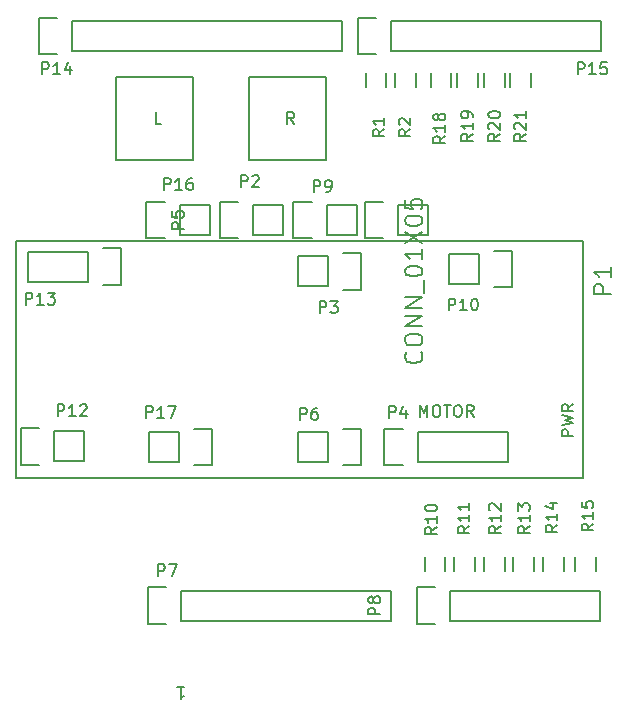
<source format=gto>
G04 #@! TF.FileFunction,Legend,Top*
%FSLAX46Y46*%
G04 Gerber Fmt 4.6, Leading zero omitted, Abs format (unit mm)*
G04 Created by KiCad (PCBNEW (2015-11-24 BZR 6329)-product) date Sun 10 Apr 2016 02:36:14 PM EDT*
%MOMM*%
G01*
G04 APERTURE LIST*
%ADD10C,0.100000*%
%ADD11C,0.150000*%
G04 APERTURE END LIST*
D10*
D11*
X126248000Y-93015000D02*
X126248000Y-113015000D01*
X174248000Y-93015000D02*
X126248000Y-93015000D01*
X174248000Y-113015000D02*
X174248000Y-93015000D01*
X126248000Y-113015000D02*
X174248000Y-113015000D01*
X139912285Y-130762619D02*
X140483714Y-130762619D01*
X140198000Y-130762619D02*
X140198000Y-131762619D01*
X140293238Y-131619762D01*
X140388476Y-131524524D01*
X140483714Y-131476905D01*
X134748000Y-86115000D02*
X141248000Y-86115000D01*
X141248000Y-86115000D02*
X141248000Y-79115000D01*
X141248000Y-79115000D02*
X134748000Y-79115000D01*
X134748000Y-79115000D02*
X134748000Y-86115000D01*
X145998000Y-86115000D02*
X152498000Y-86115000D01*
X152498000Y-86115000D02*
X152498000Y-79115000D01*
X152498000Y-79115000D02*
X145998000Y-79115000D01*
X145998000Y-79115000D02*
X145998000Y-86115000D01*
X168123000Y-79965000D02*
X168123000Y-78765000D01*
X169873000Y-78765000D02*
X169873000Y-79965000D01*
X165873000Y-79965000D02*
X165873000Y-78765000D01*
X167623000Y-78765000D02*
X167623000Y-79965000D01*
X163623000Y-79965000D02*
X163623000Y-78765000D01*
X165373000Y-78765000D02*
X165373000Y-79965000D01*
X161373000Y-79965000D02*
X161373000Y-78765000D01*
X163123000Y-78765000D02*
X163123000Y-79965000D01*
X173623000Y-120965000D02*
X173623000Y-119765000D01*
X175373000Y-119765000D02*
X175373000Y-120965000D01*
X170873000Y-120965000D02*
X170873000Y-119765000D01*
X172623000Y-119765000D02*
X172623000Y-120965000D01*
X168373000Y-120965000D02*
X168373000Y-119765000D01*
X170123000Y-119765000D02*
X170123000Y-120965000D01*
X165873000Y-120965000D02*
X165873000Y-119765000D01*
X167623000Y-119765000D02*
X167623000Y-120965000D01*
X163373000Y-120965000D02*
X163373000Y-119765000D01*
X165123000Y-119765000D02*
X165123000Y-120965000D01*
X160873000Y-120965000D02*
X160873000Y-119765000D01*
X162623000Y-119765000D02*
X162623000Y-120965000D01*
X158018000Y-74345000D02*
X175798000Y-74345000D01*
X175798000Y-74345000D02*
X175798000Y-76885000D01*
X175798000Y-76885000D02*
X158018000Y-76885000D01*
X155198000Y-74065000D02*
X156748000Y-74065000D01*
X158018000Y-74345000D02*
X158018000Y-76885000D01*
X156748000Y-77165000D02*
X155198000Y-77165000D01*
X155198000Y-77165000D02*
X155198000Y-74065000D01*
X131018000Y-74345000D02*
X153878000Y-74345000D01*
X153878000Y-74345000D02*
X153878000Y-76885000D01*
X153878000Y-76885000D02*
X131018000Y-76885000D01*
X128198000Y-74065000D02*
X129748000Y-74065000D01*
X131018000Y-74345000D02*
X131018000Y-76885000D01*
X129748000Y-77165000D02*
X128198000Y-77165000D01*
X128198000Y-77165000D02*
X128198000Y-74065000D01*
X129468000Y-109095000D02*
X132008000Y-109095000D01*
X126648000Y-108815000D02*
X128198000Y-108815000D01*
X129468000Y-109095000D02*
X129468000Y-111635000D01*
X128198000Y-111915000D02*
X126648000Y-111915000D01*
X126648000Y-111915000D02*
X126648000Y-108815000D01*
X129468000Y-111635000D02*
X132008000Y-111635000D01*
X132008000Y-111635000D02*
X132008000Y-109095000D01*
X163018000Y-122595000D02*
X175718000Y-122595000D01*
X175718000Y-122595000D02*
X175718000Y-125135000D01*
X175718000Y-125135000D02*
X163018000Y-125135000D01*
X160198000Y-122315000D02*
X161748000Y-122315000D01*
X163018000Y-122595000D02*
X163018000Y-125135000D01*
X161748000Y-125415000D02*
X160198000Y-125415000D01*
X160198000Y-125415000D02*
X160198000Y-122315000D01*
X140268000Y-122595000D02*
X158048000Y-122595000D01*
X158048000Y-122595000D02*
X158048000Y-125135000D01*
X158048000Y-125135000D02*
X140268000Y-125135000D01*
X137448000Y-122315000D02*
X138998000Y-122315000D01*
X140268000Y-122595000D02*
X140268000Y-125135000D01*
X138998000Y-125415000D02*
X137448000Y-125415000D01*
X137448000Y-125415000D02*
X137448000Y-122315000D01*
X152568000Y-89945000D02*
X155108000Y-89945000D01*
X149748000Y-89665000D02*
X151298000Y-89665000D01*
X152568000Y-89945000D02*
X152568000Y-92485000D01*
X151298000Y-92765000D02*
X149748000Y-92765000D01*
X149748000Y-92765000D02*
X149748000Y-89665000D01*
X152568000Y-92485000D02*
X155108000Y-92485000D01*
X155108000Y-92485000D02*
X155108000Y-89945000D01*
X152678000Y-96835000D02*
X150138000Y-96835000D01*
X155498000Y-97115000D02*
X153948000Y-97115000D01*
X152678000Y-96835000D02*
X152678000Y-94295000D01*
X153948000Y-94015000D02*
X155498000Y-94015000D01*
X155498000Y-94015000D02*
X155498000Y-97115000D01*
X152678000Y-94295000D02*
X150138000Y-94295000D01*
X150138000Y-94295000D02*
X150138000Y-96835000D01*
X160268000Y-111685000D02*
X167888000Y-111685000D01*
X160268000Y-109145000D02*
X167888000Y-109145000D01*
X157448000Y-108865000D02*
X158998000Y-108865000D01*
X167888000Y-111685000D02*
X167888000Y-109145000D01*
X160268000Y-109145000D02*
X160268000Y-111685000D01*
X158998000Y-111965000D02*
X157448000Y-111965000D01*
X157448000Y-111965000D02*
X157448000Y-108865000D01*
X146368000Y-89945000D02*
X148908000Y-89945000D01*
X143548000Y-89665000D02*
X145098000Y-89665000D01*
X146368000Y-89945000D02*
X146368000Y-92485000D01*
X145098000Y-92765000D02*
X143548000Y-92765000D01*
X143548000Y-92765000D02*
X143548000Y-89665000D01*
X146368000Y-92485000D02*
X148908000Y-92485000D01*
X148908000Y-92485000D02*
X148908000Y-89945000D01*
X152678000Y-111685000D02*
X150138000Y-111685000D01*
X155498000Y-111965000D02*
X153948000Y-111965000D01*
X152678000Y-111685000D02*
X152678000Y-109145000D01*
X153948000Y-108865000D02*
X155498000Y-108865000D01*
X155498000Y-108865000D02*
X155498000Y-111965000D01*
X152678000Y-109145000D02*
X150138000Y-109145000D01*
X150138000Y-109145000D02*
X150138000Y-111685000D01*
X158618000Y-89945000D02*
X161158000Y-89945000D01*
X155798000Y-89665000D02*
X157348000Y-89665000D01*
X158618000Y-89945000D02*
X158618000Y-92485000D01*
X157348000Y-92765000D02*
X155798000Y-92765000D01*
X155798000Y-92765000D02*
X155798000Y-89665000D01*
X158618000Y-92485000D02*
X161158000Y-92485000D01*
X161158000Y-92485000D02*
X161158000Y-89945000D01*
X165478000Y-96635000D02*
X162938000Y-96635000D01*
X168298000Y-96915000D02*
X166748000Y-96915000D01*
X165478000Y-96635000D02*
X165478000Y-94095000D01*
X166748000Y-93815000D02*
X168298000Y-93815000D01*
X168298000Y-93815000D02*
X168298000Y-96915000D01*
X165478000Y-94095000D02*
X162938000Y-94095000D01*
X162938000Y-94095000D02*
X162938000Y-96635000D01*
X132328000Y-93895000D02*
X127248000Y-93895000D01*
X127248000Y-93895000D02*
X127248000Y-96435000D01*
X127248000Y-96435000D02*
X132328000Y-96435000D01*
X135148000Y-96715000D02*
X133598000Y-96715000D01*
X132328000Y-96435000D02*
X132328000Y-93895000D01*
X133598000Y-93615000D02*
X135148000Y-93615000D01*
X135148000Y-93615000D02*
X135148000Y-96715000D01*
X140118000Y-89945000D02*
X142658000Y-89945000D01*
X137298000Y-89665000D02*
X138848000Y-89665000D01*
X140118000Y-89945000D02*
X140118000Y-92485000D01*
X138848000Y-92765000D02*
X137298000Y-92765000D01*
X137298000Y-92765000D02*
X137298000Y-89665000D01*
X140118000Y-92485000D02*
X142658000Y-92485000D01*
X142658000Y-92485000D02*
X142658000Y-89945000D01*
X140078000Y-111685000D02*
X137538000Y-111685000D01*
X142898000Y-111965000D02*
X141348000Y-111965000D01*
X140078000Y-111685000D02*
X140078000Y-109145000D01*
X141348000Y-108865000D02*
X142898000Y-108865000D01*
X142898000Y-108865000D02*
X142898000Y-111965000D01*
X140078000Y-109145000D02*
X137538000Y-109145000D01*
X137538000Y-109145000D02*
X137538000Y-111685000D01*
X155873000Y-79965000D02*
X155873000Y-78765000D01*
X157623000Y-78765000D02*
X157623000Y-79965000D01*
X158373000Y-79965000D02*
X158373000Y-78765000D01*
X160123000Y-78765000D02*
X160123000Y-79965000D01*
X138557524Y-83067381D02*
X138081333Y-83067381D01*
X138081333Y-82067381D01*
X149807524Y-83067381D02*
X149474190Y-82591190D01*
X149236095Y-83067381D02*
X149236095Y-82067381D01*
X149617048Y-82067381D01*
X149712286Y-82115000D01*
X149759905Y-82162619D01*
X149807524Y-82257857D01*
X149807524Y-82400714D01*
X149759905Y-82495952D01*
X149712286Y-82543571D01*
X149617048Y-82591190D01*
X149236095Y-82591190D01*
X176676571Y-97472142D02*
X175176571Y-97472142D01*
X175176571Y-96900714D01*
X175248000Y-96757856D01*
X175319429Y-96686428D01*
X175462286Y-96614999D01*
X175676571Y-96614999D01*
X175819429Y-96686428D01*
X175890857Y-96757856D01*
X175962286Y-96900714D01*
X175962286Y-97472142D01*
X176676571Y-95186428D02*
X176676571Y-96043571D01*
X176676571Y-95614999D02*
X175176571Y-95614999D01*
X175390857Y-95757856D01*
X175533714Y-95900714D01*
X175605143Y-96043571D01*
X160533714Y-102400713D02*
X160605143Y-102472142D01*
X160676571Y-102686428D01*
X160676571Y-102829285D01*
X160605143Y-103043570D01*
X160462286Y-103186428D01*
X160319429Y-103257856D01*
X160033714Y-103329285D01*
X159819429Y-103329285D01*
X159533714Y-103257856D01*
X159390857Y-103186428D01*
X159248000Y-103043570D01*
X159176571Y-102829285D01*
X159176571Y-102686428D01*
X159248000Y-102472142D01*
X159319429Y-102400713D01*
X159176571Y-101472142D02*
X159176571Y-101186428D01*
X159248000Y-101043570D01*
X159390857Y-100900713D01*
X159676571Y-100829285D01*
X160176571Y-100829285D01*
X160462286Y-100900713D01*
X160605143Y-101043570D01*
X160676571Y-101186428D01*
X160676571Y-101472142D01*
X160605143Y-101614999D01*
X160462286Y-101757856D01*
X160176571Y-101829285D01*
X159676571Y-101829285D01*
X159390857Y-101757856D01*
X159248000Y-101614999D01*
X159176571Y-101472142D01*
X160676571Y-100186427D02*
X159176571Y-100186427D01*
X160676571Y-99329284D01*
X159176571Y-99329284D01*
X160676571Y-98614998D02*
X159176571Y-98614998D01*
X160676571Y-97757855D01*
X159176571Y-97757855D01*
X160819429Y-97400712D02*
X160819429Y-96257855D01*
X159176571Y-95614998D02*
X159176571Y-95472141D01*
X159248000Y-95329284D01*
X159319429Y-95257855D01*
X159462286Y-95186426D01*
X159748000Y-95114998D01*
X160105143Y-95114998D01*
X160390857Y-95186426D01*
X160533714Y-95257855D01*
X160605143Y-95329284D01*
X160676571Y-95472141D01*
X160676571Y-95614998D01*
X160605143Y-95757855D01*
X160533714Y-95829284D01*
X160390857Y-95900712D01*
X160105143Y-95972141D01*
X159748000Y-95972141D01*
X159462286Y-95900712D01*
X159319429Y-95829284D01*
X159248000Y-95757855D01*
X159176571Y-95614998D01*
X160676571Y-93686427D02*
X160676571Y-94543570D01*
X160676571Y-94114998D02*
X159176571Y-94114998D01*
X159390857Y-94257855D01*
X159533714Y-94400713D01*
X159605143Y-94543570D01*
X159176571Y-93186427D02*
X160676571Y-92186427D01*
X159176571Y-92186427D02*
X160676571Y-93186427D01*
X159176571Y-91329285D02*
X159176571Y-91186428D01*
X159248000Y-91043571D01*
X159319429Y-90972142D01*
X159462286Y-90900713D01*
X159748000Y-90829285D01*
X160105143Y-90829285D01*
X160390857Y-90900713D01*
X160533714Y-90972142D01*
X160605143Y-91043571D01*
X160676571Y-91186428D01*
X160676571Y-91329285D01*
X160605143Y-91472142D01*
X160533714Y-91543571D01*
X160390857Y-91614999D01*
X160105143Y-91686428D01*
X159748000Y-91686428D01*
X159462286Y-91614999D01*
X159319429Y-91543571D01*
X159248000Y-91472142D01*
X159176571Y-91329285D01*
X159176571Y-89472142D02*
X159176571Y-90186428D01*
X159890857Y-90257857D01*
X159819429Y-90186428D01*
X159748000Y-90043571D01*
X159748000Y-89686428D01*
X159819429Y-89543571D01*
X159890857Y-89472142D01*
X160033714Y-89400714D01*
X160390857Y-89400714D01*
X160533714Y-89472142D01*
X160605143Y-89543571D01*
X160676571Y-89686428D01*
X160676571Y-90043571D01*
X160605143Y-90186428D01*
X160533714Y-90257857D01*
X173450381Y-109498333D02*
X172450381Y-109498333D01*
X172450381Y-109117380D01*
X172498000Y-109022142D01*
X172545619Y-108974523D01*
X172640857Y-108926904D01*
X172783714Y-108926904D01*
X172878952Y-108974523D01*
X172926571Y-109022142D01*
X172974190Y-109117380D01*
X172974190Y-109498333D01*
X172450381Y-108593571D02*
X173450381Y-108355476D01*
X172736095Y-108164999D01*
X173450381Y-107974523D01*
X172450381Y-107736428D01*
X173450381Y-106784047D02*
X172974190Y-107117381D01*
X173450381Y-107355476D02*
X172450381Y-107355476D01*
X172450381Y-106974523D01*
X172498000Y-106879285D01*
X172545619Y-106831666D01*
X172640857Y-106784047D01*
X172783714Y-106784047D01*
X172878952Y-106831666D01*
X172926571Y-106879285D01*
X172974190Y-106974523D01*
X172974190Y-107355476D01*
X169450381Y-83907857D02*
X168974190Y-84241191D01*
X169450381Y-84479286D02*
X168450381Y-84479286D01*
X168450381Y-84098333D01*
X168498000Y-84003095D01*
X168545619Y-83955476D01*
X168640857Y-83907857D01*
X168783714Y-83907857D01*
X168878952Y-83955476D01*
X168926571Y-84003095D01*
X168974190Y-84098333D01*
X168974190Y-84479286D01*
X168545619Y-83526905D02*
X168498000Y-83479286D01*
X168450381Y-83384048D01*
X168450381Y-83145952D01*
X168498000Y-83050714D01*
X168545619Y-83003095D01*
X168640857Y-82955476D01*
X168736095Y-82955476D01*
X168878952Y-83003095D01*
X169450381Y-83574524D01*
X169450381Y-82955476D01*
X169450381Y-82003095D02*
X169450381Y-82574524D01*
X169450381Y-82288810D02*
X168450381Y-82288810D01*
X168593238Y-82384048D01*
X168688476Y-82479286D01*
X168736095Y-82574524D01*
X167250381Y-83907857D02*
X166774190Y-84241191D01*
X167250381Y-84479286D02*
X166250381Y-84479286D01*
X166250381Y-84098333D01*
X166298000Y-84003095D01*
X166345619Y-83955476D01*
X166440857Y-83907857D01*
X166583714Y-83907857D01*
X166678952Y-83955476D01*
X166726571Y-84003095D01*
X166774190Y-84098333D01*
X166774190Y-84479286D01*
X166345619Y-83526905D02*
X166298000Y-83479286D01*
X166250381Y-83384048D01*
X166250381Y-83145952D01*
X166298000Y-83050714D01*
X166345619Y-83003095D01*
X166440857Y-82955476D01*
X166536095Y-82955476D01*
X166678952Y-83003095D01*
X167250381Y-83574524D01*
X167250381Y-82955476D01*
X166250381Y-82336429D02*
X166250381Y-82241190D01*
X166298000Y-82145952D01*
X166345619Y-82098333D01*
X166440857Y-82050714D01*
X166631333Y-82003095D01*
X166869429Y-82003095D01*
X167059905Y-82050714D01*
X167155143Y-82098333D01*
X167202762Y-82145952D01*
X167250381Y-82241190D01*
X167250381Y-82336429D01*
X167202762Y-82431667D01*
X167155143Y-82479286D01*
X167059905Y-82526905D01*
X166869429Y-82574524D01*
X166631333Y-82574524D01*
X166440857Y-82526905D01*
X166345619Y-82479286D01*
X166298000Y-82431667D01*
X166250381Y-82336429D01*
X164950381Y-83907857D02*
X164474190Y-84241191D01*
X164950381Y-84479286D02*
X163950381Y-84479286D01*
X163950381Y-84098333D01*
X163998000Y-84003095D01*
X164045619Y-83955476D01*
X164140857Y-83907857D01*
X164283714Y-83907857D01*
X164378952Y-83955476D01*
X164426571Y-84003095D01*
X164474190Y-84098333D01*
X164474190Y-84479286D01*
X164950381Y-82955476D02*
X164950381Y-83526905D01*
X164950381Y-83241191D02*
X163950381Y-83241191D01*
X164093238Y-83336429D01*
X164188476Y-83431667D01*
X164236095Y-83526905D01*
X164950381Y-82479286D02*
X164950381Y-82288810D01*
X164902762Y-82193571D01*
X164855143Y-82145952D01*
X164712286Y-82050714D01*
X164521810Y-82003095D01*
X164140857Y-82003095D01*
X164045619Y-82050714D01*
X163998000Y-82098333D01*
X163950381Y-82193571D01*
X163950381Y-82384048D01*
X163998000Y-82479286D01*
X164045619Y-82526905D01*
X164140857Y-82574524D01*
X164378952Y-82574524D01*
X164474190Y-82526905D01*
X164521810Y-82479286D01*
X164569429Y-82384048D01*
X164569429Y-82193571D01*
X164521810Y-82098333D01*
X164474190Y-82050714D01*
X164378952Y-82003095D01*
X162600381Y-84107857D02*
X162124190Y-84441191D01*
X162600381Y-84679286D02*
X161600381Y-84679286D01*
X161600381Y-84298333D01*
X161648000Y-84203095D01*
X161695619Y-84155476D01*
X161790857Y-84107857D01*
X161933714Y-84107857D01*
X162028952Y-84155476D01*
X162076571Y-84203095D01*
X162124190Y-84298333D01*
X162124190Y-84679286D01*
X162600381Y-83155476D02*
X162600381Y-83726905D01*
X162600381Y-83441191D02*
X161600381Y-83441191D01*
X161743238Y-83536429D01*
X161838476Y-83631667D01*
X161886095Y-83726905D01*
X162028952Y-82584048D02*
X161981333Y-82679286D01*
X161933714Y-82726905D01*
X161838476Y-82774524D01*
X161790857Y-82774524D01*
X161695619Y-82726905D01*
X161648000Y-82679286D01*
X161600381Y-82584048D01*
X161600381Y-82393571D01*
X161648000Y-82298333D01*
X161695619Y-82250714D01*
X161790857Y-82203095D01*
X161838476Y-82203095D01*
X161933714Y-82250714D01*
X161981333Y-82298333D01*
X162028952Y-82393571D01*
X162028952Y-82584048D01*
X162076571Y-82679286D01*
X162124190Y-82726905D01*
X162219429Y-82774524D01*
X162409905Y-82774524D01*
X162505143Y-82726905D01*
X162552762Y-82679286D01*
X162600381Y-82584048D01*
X162600381Y-82393571D01*
X162552762Y-82298333D01*
X162505143Y-82250714D01*
X162409905Y-82203095D01*
X162219429Y-82203095D01*
X162124190Y-82250714D01*
X162076571Y-82298333D01*
X162028952Y-82393571D01*
X175150381Y-116907857D02*
X174674190Y-117241191D01*
X175150381Y-117479286D02*
X174150381Y-117479286D01*
X174150381Y-117098333D01*
X174198000Y-117003095D01*
X174245619Y-116955476D01*
X174340857Y-116907857D01*
X174483714Y-116907857D01*
X174578952Y-116955476D01*
X174626571Y-117003095D01*
X174674190Y-117098333D01*
X174674190Y-117479286D01*
X175150381Y-115955476D02*
X175150381Y-116526905D01*
X175150381Y-116241191D02*
X174150381Y-116241191D01*
X174293238Y-116336429D01*
X174388476Y-116431667D01*
X174436095Y-116526905D01*
X174150381Y-115050714D02*
X174150381Y-115526905D01*
X174626571Y-115574524D01*
X174578952Y-115526905D01*
X174531333Y-115431667D01*
X174531333Y-115193571D01*
X174578952Y-115098333D01*
X174626571Y-115050714D01*
X174721810Y-115003095D01*
X174959905Y-115003095D01*
X175055143Y-115050714D01*
X175102762Y-115098333D01*
X175150381Y-115193571D01*
X175150381Y-115431667D01*
X175102762Y-115526905D01*
X175055143Y-115574524D01*
X172100381Y-117007857D02*
X171624190Y-117341191D01*
X172100381Y-117579286D02*
X171100381Y-117579286D01*
X171100381Y-117198333D01*
X171148000Y-117103095D01*
X171195619Y-117055476D01*
X171290857Y-117007857D01*
X171433714Y-117007857D01*
X171528952Y-117055476D01*
X171576571Y-117103095D01*
X171624190Y-117198333D01*
X171624190Y-117579286D01*
X172100381Y-116055476D02*
X172100381Y-116626905D01*
X172100381Y-116341191D02*
X171100381Y-116341191D01*
X171243238Y-116436429D01*
X171338476Y-116531667D01*
X171386095Y-116626905D01*
X171433714Y-115198333D02*
X172100381Y-115198333D01*
X171052762Y-115436429D02*
X171767048Y-115674524D01*
X171767048Y-115055476D01*
X169750381Y-117107857D02*
X169274190Y-117441191D01*
X169750381Y-117679286D02*
X168750381Y-117679286D01*
X168750381Y-117298333D01*
X168798000Y-117203095D01*
X168845619Y-117155476D01*
X168940857Y-117107857D01*
X169083714Y-117107857D01*
X169178952Y-117155476D01*
X169226571Y-117203095D01*
X169274190Y-117298333D01*
X169274190Y-117679286D01*
X169750381Y-116155476D02*
X169750381Y-116726905D01*
X169750381Y-116441191D02*
X168750381Y-116441191D01*
X168893238Y-116536429D01*
X168988476Y-116631667D01*
X169036095Y-116726905D01*
X168750381Y-115822143D02*
X168750381Y-115203095D01*
X169131333Y-115536429D01*
X169131333Y-115393571D01*
X169178952Y-115298333D01*
X169226571Y-115250714D01*
X169321810Y-115203095D01*
X169559905Y-115203095D01*
X169655143Y-115250714D01*
X169702762Y-115298333D01*
X169750381Y-115393571D01*
X169750381Y-115679286D01*
X169702762Y-115774524D01*
X169655143Y-115822143D01*
X167300381Y-117107857D02*
X166824190Y-117441191D01*
X167300381Y-117679286D02*
X166300381Y-117679286D01*
X166300381Y-117298333D01*
X166348000Y-117203095D01*
X166395619Y-117155476D01*
X166490857Y-117107857D01*
X166633714Y-117107857D01*
X166728952Y-117155476D01*
X166776571Y-117203095D01*
X166824190Y-117298333D01*
X166824190Y-117679286D01*
X167300381Y-116155476D02*
X167300381Y-116726905D01*
X167300381Y-116441191D02*
X166300381Y-116441191D01*
X166443238Y-116536429D01*
X166538476Y-116631667D01*
X166586095Y-116726905D01*
X166395619Y-115774524D02*
X166348000Y-115726905D01*
X166300381Y-115631667D01*
X166300381Y-115393571D01*
X166348000Y-115298333D01*
X166395619Y-115250714D01*
X166490857Y-115203095D01*
X166586095Y-115203095D01*
X166728952Y-115250714D01*
X167300381Y-115822143D01*
X167300381Y-115203095D01*
X164650381Y-117107857D02*
X164174190Y-117441191D01*
X164650381Y-117679286D02*
X163650381Y-117679286D01*
X163650381Y-117298333D01*
X163698000Y-117203095D01*
X163745619Y-117155476D01*
X163840857Y-117107857D01*
X163983714Y-117107857D01*
X164078952Y-117155476D01*
X164126571Y-117203095D01*
X164174190Y-117298333D01*
X164174190Y-117679286D01*
X164650381Y-116155476D02*
X164650381Y-116726905D01*
X164650381Y-116441191D02*
X163650381Y-116441191D01*
X163793238Y-116536429D01*
X163888476Y-116631667D01*
X163936095Y-116726905D01*
X164650381Y-115203095D02*
X164650381Y-115774524D01*
X164650381Y-115488810D02*
X163650381Y-115488810D01*
X163793238Y-115584048D01*
X163888476Y-115679286D01*
X163936095Y-115774524D01*
X161900381Y-117207857D02*
X161424190Y-117541191D01*
X161900381Y-117779286D02*
X160900381Y-117779286D01*
X160900381Y-117398333D01*
X160948000Y-117303095D01*
X160995619Y-117255476D01*
X161090857Y-117207857D01*
X161233714Y-117207857D01*
X161328952Y-117255476D01*
X161376571Y-117303095D01*
X161424190Y-117398333D01*
X161424190Y-117779286D01*
X161900381Y-116255476D02*
X161900381Y-116826905D01*
X161900381Y-116541191D02*
X160900381Y-116541191D01*
X161043238Y-116636429D01*
X161138476Y-116731667D01*
X161186095Y-116826905D01*
X160900381Y-115636429D02*
X160900381Y-115541190D01*
X160948000Y-115445952D01*
X160995619Y-115398333D01*
X161090857Y-115350714D01*
X161281333Y-115303095D01*
X161519429Y-115303095D01*
X161709905Y-115350714D01*
X161805143Y-115398333D01*
X161852762Y-115445952D01*
X161900381Y-115541190D01*
X161900381Y-115636429D01*
X161852762Y-115731667D01*
X161805143Y-115779286D01*
X161709905Y-115826905D01*
X161519429Y-115874524D01*
X161281333Y-115874524D01*
X161090857Y-115826905D01*
X160995619Y-115779286D01*
X160948000Y-115731667D01*
X160900381Y-115636429D01*
X173833714Y-78867381D02*
X173833714Y-77867381D01*
X174214667Y-77867381D01*
X174309905Y-77915000D01*
X174357524Y-77962619D01*
X174405143Y-78057857D01*
X174405143Y-78200714D01*
X174357524Y-78295952D01*
X174309905Y-78343571D01*
X174214667Y-78391190D01*
X173833714Y-78391190D01*
X175357524Y-78867381D02*
X174786095Y-78867381D01*
X175071809Y-78867381D02*
X175071809Y-77867381D01*
X174976571Y-78010238D01*
X174881333Y-78105476D01*
X174786095Y-78153095D01*
X176262286Y-77867381D02*
X175786095Y-77867381D01*
X175738476Y-78343571D01*
X175786095Y-78295952D01*
X175881333Y-78248333D01*
X176119429Y-78248333D01*
X176214667Y-78295952D01*
X176262286Y-78343571D01*
X176309905Y-78438810D01*
X176309905Y-78676905D01*
X176262286Y-78772143D01*
X176214667Y-78819762D01*
X176119429Y-78867381D01*
X175881333Y-78867381D01*
X175786095Y-78819762D01*
X175738476Y-78772143D01*
X128483714Y-78867381D02*
X128483714Y-77867381D01*
X128864667Y-77867381D01*
X128959905Y-77915000D01*
X129007524Y-77962619D01*
X129055143Y-78057857D01*
X129055143Y-78200714D01*
X129007524Y-78295952D01*
X128959905Y-78343571D01*
X128864667Y-78391190D01*
X128483714Y-78391190D01*
X130007524Y-78867381D02*
X129436095Y-78867381D01*
X129721809Y-78867381D02*
X129721809Y-77867381D01*
X129626571Y-78010238D01*
X129531333Y-78105476D01*
X129436095Y-78153095D01*
X130864667Y-78200714D02*
X130864667Y-78867381D01*
X130626571Y-77819762D02*
X130388476Y-78534048D01*
X131007524Y-78534048D01*
X129783714Y-107817381D02*
X129783714Y-106817381D01*
X130164667Y-106817381D01*
X130259905Y-106865000D01*
X130307524Y-106912619D01*
X130355143Y-107007857D01*
X130355143Y-107150714D01*
X130307524Y-107245952D01*
X130259905Y-107293571D01*
X130164667Y-107341190D01*
X129783714Y-107341190D01*
X131307524Y-107817381D02*
X130736095Y-107817381D01*
X131021809Y-107817381D02*
X131021809Y-106817381D01*
X130926571Y-106960238D01*
X130831333Y-107055476D01*
X130736095Y-107103095D01*
X131688476Y-106912619D02*
X131736095Y-106865000D01*
X131831333Y-106817381D01*
X132069429Y-106817381D01*
X132164667Y-106865000D01*
X132212286Y-106912619D01*
X132259905Y-107007857D01*
X132259905Y-107103095D01*
X132212286Y-107245952D01*
X131640857Y-107817381D01*
X132259905Y-107817381D01*
X157100381Y-124603095D02*
X156100381Y-124603095D01*
X156100381Y-124222142D01*
X156148000Y-124126904D01*
X156195619Y-124079285D01*
X156290857Y-124031666D01*
X156433714Y-124031666D01*
X156528952Y-124079285D01*
X156576571Y-124126904D01*
X156624190Y-124222142D01*
X156624190Y-124603095D01*
X156528952Y-123460238D02*
X156481333Y-123555476D01*
X156433714Y-123603095D01*
X156338476Y-123650714D01*
X156290857Y-123650714D01*
X156195619Y-123603095D01*
X156148000Y-123555476D01*
X156100381Y-123460238D01*
X156100381Y-123269761D01*
X156148000Y-123174523D01*
X156195619Y-123126904D01*
X156290857Y-123079285D01*
X156338476Y-123079285D01*
X156433714Y-123126904D01*
X156481333Y-123174523D01*
X156528952Y-123269761D01*
X156528952Y-123460238D01*
X156576571Y-123555476D01*
X156624190Y-123603095D01*
X156719429Y-123650714D01*
X156909905Y-123650714D01*
X157005143Y-123603095D01*
X157052762Y-123555476D01*
X157100381Y-123460238D01*
X157100381Y-123269761D01*
X157052762Y-123174523D01*
X157005143Y-123126904D01*
X156909905Y-123079285D01*
X156719429Y-123079285D01*
X156624190Y-123126904D01*
X156576571Y-123174523D01*
X156528952Y-123269761D01*
X138309905Y-121367381D02*
X138309905Y-120367381D01*
X138690858Y-120367381D01*
X138786096Y-120415000D01*
X138833715Y-120462619D01*
X138881334Y-120557857D01*
X138881334Y-120700714D01*
X138833715Y-120795952D01*
X138786096Y-120843571D01*
X138690858Y-120891190D01*
X138309905Y-120891190D01*
X139214667Y-120367381D02*
X139881334Y-120367381D01*
X139452762Y-121367381D01*
X145309905Y-88417381D02*
X145309905Y-87417381D01*
X145690858Y-87417381D01*
X145786096Y-87465000D01*
X145833715Y-87512619D01*
X145881334Y-87607857D01*
X145881334Y-87750714D01*
X145833715Y-87845952D01*
X145786096Y-87893571D01*
X145690858Y-87941190D01*
X145309905Y-87941190D01*
X146262286Y-87512619D02*
X146309905Y-87465000D01*
X146405143Y-87417381D01*
X146643239Y-87417381D01*
X146738477Y-87465000D01*
X146786096Y-87512619D01*
X146833715Y-87607857D01*
X146833715Y-87703095D01*
X146786096Y-87845952D01*
X146214667Y-88417381D01*
X146833715Y-88417381D01*
X151959905Y-99067381D02*
X151959905Y-98067381D01*
X152340858Y-98067381D01*
X152436096Y-98115000D01*
X152483715Y-98162619D01*
X152531334Y-98257857D01*
X152531334Y-98400714D01*
X152483715Y-98495952D01*
X152436096Y-98543571D01*
X152340858Y-98591190D01*
X151959905Y-98591190D01*
X152864667Y-98067381D02*
X153483715Y-98067381D01*
X153150381Y-98448333D01*
X153293239Y-98448333D01*
X153388477Y-98495952D01*
X153436096Y-98543571D01*
X153483715Y-98638810D01*
X153483715Y-98876905D01*
X153436096Y-98972143D01*
X153388477Y-99019762D01*
X153293239Y-99067381D01*
X153007524Y-99067381D01*
X152912286Y-99019762D01*
X152864667Y-98972143D01*
X157859905Y-107967381D02*
X157859905Y-106967381D01*
X158240858Y-106967381D01*
X158336096Y-107015000D01*
X158383715Y-107062619D01*
X158431334Y-107157857D01*
X158431334Y-107300714D01*
X158383715Y-107395952D01*
X158336096Y-107443571D01*
X158240858Y-107491190D01*
X157859905Y-107491190D01*
X159288477Y-107300714D02*
X159288477Y-107967381D01*
X159050381Y-106919762D02*
X158812286Y-107634048D01*
X159431334Y-107634048D01*
X160436095Y-107867381D02*
X160436095Y-106867381D01*
X160769429Y-107581667D01*
X161102762Y-106867381D01*
X161102762Y-107867381D01*
X161769428Y-106867381D02*
X161959905Y-106867381D01*
X162055143Y-106915000D01*
X162150381Y-107010238D01*
X162198000Y-107200714D01*
X162198000Y-107534048D01*
X162150381Y-107724524D01*
X162055143Y-107819762D01*
X161959905Y-107867381D01*
X161769428Y-107867381D01*
X161674190Y-107819762D01*
X161578952Y-107724524D01*
X161531333Y-107534048D01*
X161531333Y-107200714D01*
X161578952Y-107010238D01*
X161674190Y-106915000D01*
X161769428Y-106867381D01*
X162483714Y-106867381D02*
X163055143Y-106867381D01*
X162769428Y-107867381D02*
X162769428Y-106867381D01*
X163578952Y-106867381D02*
X163769429Y-106867381D01*
X163864667Y-106915000D01*
X163959905Y-107010238D01*
X164007524Y-107200714D01*
X164007524Y-107534048D01*
X163959905Y-107724524D01*
X163864667Y-107819762D01*
X163769429Y-107867381D01*
X163578952Y-107867381D01*
X163483714Y-107819762D01*
X163388476Y-107724524D01*
X163340857Y-107534048D01*
X163340857Y-107200714D01*
X163388476Y-107010238D01*
X163483714Y-106915000D01*
X163578952Y-106867381D01*
X165007524Y-107867381D02*
X164674190Y-107391190D01*
X164436095Y-107867381D02*
X164436095Y-106867381D01*
X164817048Y-106867381D01*
X164912286Y-106915000D01*
X164959905Y-106962619D01*
X165007524Y-107057857D01*
X165007524Y-107200714D01*
X164959905Y-107295952D01*
X164912286Y-107343571D01*
X164817048Y-107391190D01*
X164436095Y-107391190D01*
X140450381Y-91953095D02*
X139450381Y-91953095D01*
X139450381Y-91572142D01*
X139498000Y-91476904D01*
X139545619Y-91429285D01*
X139640857Y-91381666D01*
X139783714Y-91381666D01*
X139878952Y-91429285D01*
X139926571Y-91476904D01*
X139974190Y-91572142D01*
X139974190Y-91953095D01*
X139450381Y-90476904D02*
X139450381Y-90953095D01*
X139926571Y-91000714D01*
X139878952Y-90953095D01*
X139831333Y-90857857D01*
X139831333Y-90619761D01*
X139878952Y-90524523D01*
X139926571Y-90476904D01*
X140021810Y-90429285D01*
X140259905Y-90429285D01*
X140355143Y-90476904D01*
X140402762Y-90524523D01*
X140450381Y-90619761D01*
X140450381Y-90857857D01*
X140402762Y-90953095D01*
X140355143Y-91000714D01*
X150309905Y-108117381D02*
X150309905Y-107117381D01*
X150690858Y-107117381D01*
X150786096Y-107165000D01*
X150833715Y-107212619D01*
X150881334Y-107307857D01*
X150881334Y-107450714D01*
X150833715Y-107545952D01*
X150786096Y-107593571D01*
X150690858Y-107641190D01*
X150309905Y-107641190D01*
X151738477Y-107117381D02*
X151548000Y-107117381D01*
X151452762Y-107165000D01*
X151405143Y-107212619D01*
X151309905Y-107355476D01*
X151262286Y-107545952D01*
X151262286Y-107926905D01*
X151309905Y-108022143D01*
X151357524Y-108069762D01*
X151452762Y-108117381D01*
X151643239Y-108117381D01*
X151738477Y-108069762D01*
X151786096Y-108022143D01*
X151833715Y-107926905D01*
X151833715Y-107688810D01*
X151786096Y-107593571D01*
X151738477Y-107545952D01*
X151643239Y-107498333D01*
X151452762Y-107498333D01*
X151357524Y-107545952D01*
X151309905Y-107593571D01*
X151262286Y-107688810D01*
X151459905Y-88817381D02*
X151459905Y-87817381D01*
X151840858Y-87817381D01*
X151936096Y-87865000D01*
X151983715Y-87912619D01*
X152031334Y-88007857D01*
X152031334Y-88150714D01*
X151983715Y-88245952D01*
X151936096Y-88293571D01*
X151840858Y-88341190D01*
X151459905Y-88341190D01*
X152507524Y-88817381D02*
X152698000Y-88817381D01*
X152793239Y-88769762D01*
X152840858Y-88722143D01*
X152936096Y-88579286D01*
X152983715Y-88388810D01*
X152983715Y-88007857D01*
X152936096Y-87912619D01*
X152888477Y-87865000D01*
X152793239Y-87817381D01*
X152602762Y-87817381D01*
X152507524Y-87865000D01*
X152459905Y-87912619D01*
X152412286Y-88007857D01*
X152412286Y-88245952D01*
X152459905Y-88341190D01*
X152507524Y-88388810D01*
X152602762Y-88436429D01*
X152793239Y-88436429D01*
X152888477Y-88388810D01*
X152936096Y-88341190D01*
X152983715Y-88245952D01*
X162883714Y-98867381D02*
X162883714Y-97867381D01*
X163264667Y-97867381D01*
X163359905Y-97915000D01*
X163407524Y-97962619D01*
X163455143Y-98057857D01*
X163455143Y-98200714D01*
X163407524Y-98295952D01*
X163359905Y-98343571D01*
X163264667Y-98391190D01*
X162883714Y-98391190D01*
X164407524Y-98867381D02*
X163836095Y-98867381D01*
X164121809Y-98867381D02*
X164121809Y-97867381D01*
X164026571Y-98010238D01*
X163931333Y-98105476D01*
X163836095Y-98153095D01*
X165026571Y-97867381D02*
X165121810Y-97867381D01*
X165217048Y-97915000D01*
X165264667Y-97962619D01*
X165312286Y-98057857D01*
X165359905Y-98248333D01*
X165359905Y-98486429D01*
X165312286Y-98676905D01*
X165264667Y-98772143D01*
X165217048Y-98819762D01*
X165121810Y-98867381D01*
X165026571Y-98867381D01*
X164931333Y-98819762D01*
X164883714Y-98772143D01*
X164836095Y-98676905D01*
X164788476Y-98486429D01*
X164788476Y-98248333D01*
X164836095Y-98057857D01*
X164883714Y-97962619D01*
X164931333Y-97915000D01*
X165026571Y-97867381D01*
X127083714Y-98367381D02*
X127083714Y-97367381D01*
X127464667Y-97367381D01*
X127559905Y-97415000D01*
X127607524Y-97462619D01*
X127655143Y-97557857D01*
X127655143Y-97700714D01*
X127607524Y-97795952D01*
X127559905Y-97843571D01*
X127464667Y-97891190D01*
X127083714Y-97891190D01*
X128607524Y-98367381D02*
X128036095Y-98367381D01*
X128321809Y-98367381D02*
X128321809Y-97367381D01*
X128226571Y-97510238D01*
X128131333Y-97605476D01*
X128036095Y-97653095D01*
X128940857Y-97367381D02*
X129559905Y-97367381D01*
X129226571Y-97748333D01*
X129369429Y-97748333D01*
X129464667Y-97795952D01*
X129512286Y-97843571D01*
X129559905Y-97938810D01*
X129559905Y-98176905D01*
X129512286Y-98272143D01*
X129464667Y-98319762D01*
X129369429Y-98367381D01*
X129083714Y-98367381D01*
X128988476Y-98319762D01*
X128940857Y-98272143D01*
X138783714Y-88667381D02*
X138783714Y-87667381D01*
X139164667Y-87667381D01*
X139259905Y-87715000D01*
X139307524Y-87762619D01*
X139355143Y-87857857D01*
X139355143Y-88000714D01*
X139307524Y-88095952D01*
X139259905Y-88143571D01*
X139164667Y-88191190D01*
X138783714Y-88191190D01*
X140307524Y-88667381D02*
X139736095Y-88667381D01*
X140021809Y-88667381D02*
X140021809Y-87667381D01*
X139926571Y-87810238D01*
X139831333Y-87905476D01*
X139736095Y-87953095D01*
X141164667Y-87667381D02*
X140974190Y-87667381D01*
X140878952Y-87715000D01*
X140831333Y-87762619D01*
X140736095Y-87905476D01*
X140688476Y-88095952D01*
X140688476Y-88476905D01*
X140736095Y-88572143D01*
X140783714Y-88619762D01*
X140878952Y-88667381D01*
X141069429Y-88667381D01*
X141164667Y-88619762D01*
X141212286Y-88572143D01*
X141259905Y-88476905D01*
X141259905Y-88238810D01*
X141212286Y-88143571D01*
X141164667Y-88095952D01*
X141069429Y-88048333D01*
X140878952Y-88048333D01*
X140783714Y-88095952D01*
X140736095Y-88143571D01*
X140688476Y-88238810D01*
X137283714Y-107967381D02*
X137283714Y-106967381D01*
X137664667Y-106967381D01*
X137759905Y-107015000D01*
X137807524Y-107062619D01*
X137855143Y-107157857D01*
X137855143Y-107300714D01*
X137807524Y-107395952D01*
X137759905Y-107443571D01*
X137664667Y-107491190D01*
X137283714Y-107491190D01*
X138807524Y-107967381D02*
X138236095Y-107967381D01*
X138521809Y-107967381D02*
X138521809Y-106967381D01*
X138426571Y-107110238D01*
X138331333Y-107205476D01*
X138236095Y-107253095D01*
X139140857Y-106967381D02*
X139807524Y-106967381D01*
X139378952Y-107967381D01*
X157450381Y-83531666D02*
X156974190Y-83865000D01*
X157450381Y-84103095D02*
X156450381Y-84103095D01*
X156450381Y-83722142D01*
X156498000Y-83626904D01*
X156545619Y-83579285D01*
X156640857Y-83531666D01*
X156783714Y-83531666D01*
X156878952Y-83579285D01*
X156926571Y-83626904D01*
X156974190Y-83722142D01*
X156974190Y-84103095D01*
X157450381Y-82579285D02*
X157450381Y-83150714D01*
X157450381Y-82865000D02*
X156450381Y-82865000D01*
X156593238Y-82960238D01*
X156688476Y-83055476D01*
X156736095Y-83150714D01*
X159650381Y-83531666D02*
X159174190Y-83865000D01*
X159650381Y-84103095D02*
X158650381Y-84103095D01*
X158650381Y-83722142D01*
X158698000Y-83626904D01*
X158745619Y-83579285D01*
X158840857Y-83531666D01*
X158983714Y-83531666D01*
X159078952Y-83579285D01*
X159126571Y-83626904D01*
X159174190Y-83722142D01*
X159174190Y-84103095D01*
X158745619Y-83150714D02*
X158698000Y-83103095D01*
X158650381Y-83007857D01*
X158650381Y-82769761D01*
X158698000Y-82674523D01*
X158745619Y-82626904D01*
X158840857Y-82579285D01*
X158936095Y-82579285D01*
X159078952Y-82626904D01*
X159650381Y-83198333D01*
X159650381Y-82579285D01*
M02*

</source>
